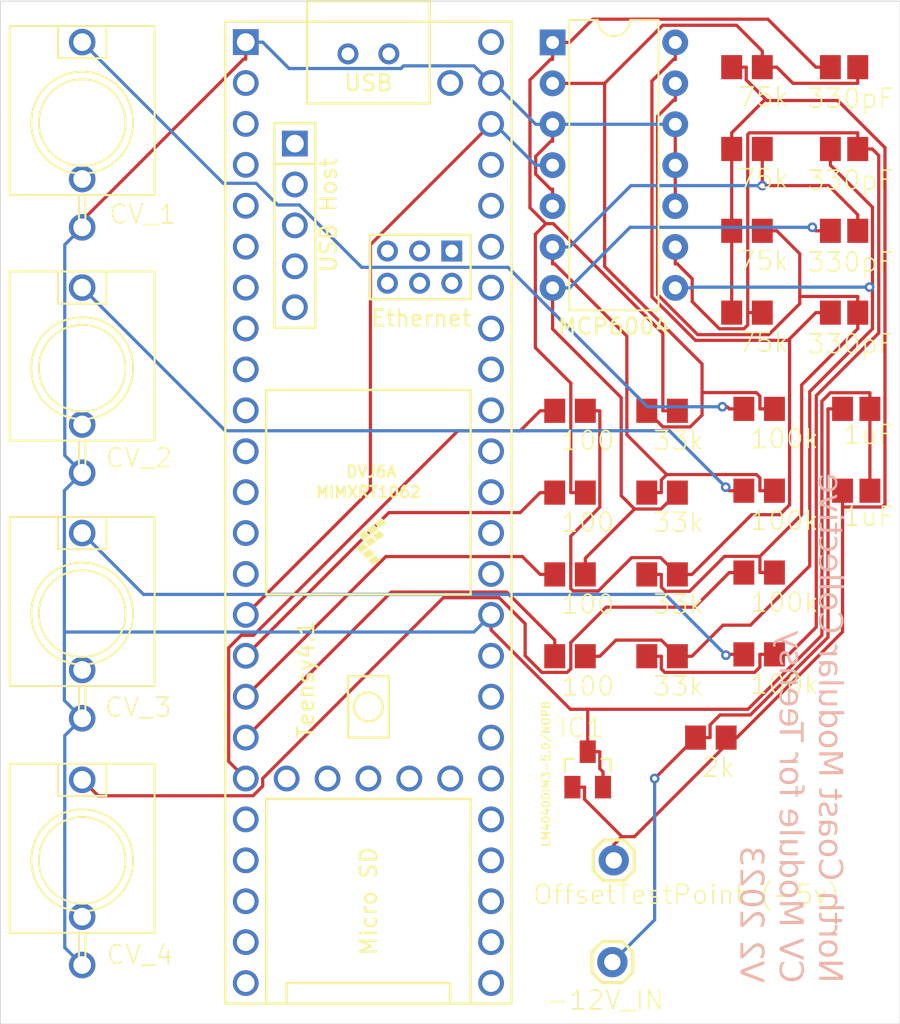
<source format=kicad_pcb>
(kicad_pcb (version 20221018) (generator pcbnew)
  (layers (0 "F.Cu" signal) (31 "B.Cu" signal) (34 "B.Paste" user) (35 "F.Paste" user) (36 "B.SilkS" user "B.Silkscreen") (37 "F.SilkS" user "F.Silkscreen") (38 "B.Mask" user) (39 "F.Mask" user) (44 "Edge.Cuts" user))
  (net 0 "")
  (net 1 "GND")
  (net 2 "/OFFSET")
  (net 3 "VEE")
  (net 4 "Net-(CV_1-2)")
  (net 6 "Net-(CV_2-2)")
  (net 8 "Net-(CV_3-2)")
  (net 10 "/CV_1")
  (net 11 "/CV_2")
  (net 12 "/CV_3")
  (net 13 "/3V3")
  (net 14 "Net-(C1-Pad1)")
  (net 15 "Net-(U1A--)")
  (net 16 "Net-(C4-Pad1)")
  (net 17 "Net-(U1C--)")
  (net 18 "Net-(C5-Pad1)")
  (net 19 "Net-(U1D--)")
  (net 20 "Net-(C12-Pad1)")
  (net 21 "Net-(U1B--)")
  (net 22 "Net-(CV_4-2)")
  (net 24 "/CV_4")
  (footprint "Euro Power CV Shield:R0805" (layer "F.Cu") (at 151.2709 104.0519)
    (fp_text reference "R2" hide)
    (fp_text value "100k")
  )
  (footprint "Euro Power CV Shield:R0805" (layer "F.Cu") (at 151.2709 109.1319)
    (fp_text reference "R17" hide)
    (fp_text value "100k")
  )
  (footprint "Euro Power CV Shield:C0805" (layer "F.Cu") (at 156.5455 77.7551)
    (fp_text reference "C1" hide)
    (fp_text value "330pF")
  )
  (footprint "Euro Power CV Shield:WQP-PJ301M-12_JACK" (layer "F.Cu") (at 109.22 96.44)
    (fp_text reference "CV_2")
    (fp_text value "CV 2")
  )
  (footprint "Euro Power CV Shield:WQP-PJ301M-12_JACK" (layer "F.Cu") (at 109.22 111.68)
    (fp_text reference "CV_3")
    (fp_text value "CV 3")
  )
  (footprint "Euro Power CV Shield:WQP-PJ301M-12_JACK" (layer "F.Cu") (at 109.22 81.2)
    (fp_text reference "CV_1")
    (fp_text value "CV 1")
  )
  (footprint "Euro Power CV Shield:R0805" (layer "F.Cu") (at 139.5232 114.3291)
    (fp_text reference "R10" hide)
    (fp_text value "100")
  )
  (footprint "Euro Power CV Shield:R0805" (layer "F.Cu") (at 148.27 119.38)
    (fp_text reference "R1" hide)
    (fp_text value "2k")
  )
  (footprint "Euro Power CV Shield:C0805" (layer "F.Cu") (at 156.5455 92.9951)
    (fp_text reference "C5" hide)
    (fp_text value "330pF")
  )
  (footprint "Euro Power CV Shield:1X01" (layer "F.Cu") (at 142.24 127)
    (fp_text reference "OffsetTestPoint (-5v)")
    (fp_text value "OffsetTestPoint" hide)
  )
  (footprint "Euro Power CV Shield:C0805" (layer "F.Cu") (at 157.3009 104.0519)
    (fp_text reference "C3" hide)
    (fp_text value "1uF")
  )
  (footprint "PCM_4ms_Package_DIP:DIP-14_W7.62mm" (layer "F.Cu") (at 138.44 76.27)
    (fp_text reference "U1" hide)
    (fp_text value "MCP6004")
  )
  (footprint "Euro Power CV Shield:SOT23" (layer "F.Cu") (at 140.6215 121.3557)
    (fp_text reference "IC1")
    (fp_text value "LM4040DIM3-5.0/NOPB")
  )
  (footprint "Euro Power CV Shield:R0805" (layer "F.Cu") (at 139.5232 104.1691)
    (fp_text reference "R6" hide)
    (fp_text value "100")
  )
  (footprint "Euro Power CV Shield:1X01" (layer "F.Cu") (at 142.1544 133.3192)
    (fp_text reference "-12V_IN")
    (fp_text value "-12v" hide)
  )
  (footprint "Euro Power CV Shield:R0805" (layer "F.Cu") (at 150.5155 82.8351)
    (fp_text reference "R7" hide)
    (fp_text value "75k")
  )
  (footprint "Euro Power CV Shield:C0805" (layer "F.Cu") (at 156.5455 87.9151)
    (fp_text reference "C12" hide)
    (fp_text value "330pF")
  )
  (footprint "Euro Power CV Shield:WQP-PJ301M-12_JACK" (layer "F.Cu") (at 109.22 127)
    (fp_text reference "CV_4")
    (fp_text value "CV 4")
  )
  (footprint "Euro Power CV Shield:R0805" (layer "F.Cu") (at 139.5232 99.0891)
    (fp_text reference "R14" hide)
    (fp_text value "100")
  )
  (footprint "Euro Power CV Shield:R0805" (layer "F.Cu") (at 145.2432 114.3291)
    (fp_text reference "R12" hide)
    (fp_text value "33k")
  )
  (footprint "Euro Power CV Shield:R0805" (layer "F.Cu") (at 150.5155 87.9151)
    (fp_text reference "R15" hide)
    (fp_text value "75k")
  )
  (footprint "Euro Power CV Shield:C0805" (layer "F.Cu") (at 157.3009 98.9719)
    (fp_text reference "C2" hide)
    (fp_text value "1uF")
  )
  (footprint "Euro Power CV Shield:R0805" (layer "F.Cu") (at 145.2432 109.2491)
    (fp_text reference "R16" hide)
    (fp_text value "33k")
  )
  (footprint "Euro Power CV Shield:R0805" (layer "F.Cu") (at 150.5155 77.7551)
    (fp_text reference "R4" hide)
    (fp_text value "75k")
  )
  (footprint "Euro Power CV Shield:R0805" (layer "F.Cu") (at 151.2709 98.9719)
    (fp_text reference "R3" hide)
    (fp_text value "100k")
  )
  (footprint "Euro Power CV Shield:R0805" (layer "F.Cu") (at 145.2432 104.1691)
    (fp_text reference "R8" hide)
    (fp_text value "33k")
  )
  (footprint "teensy:Teensy41" (layer "F.Cu") (at 127 105.41 -90)
    (fp_text reference "U2" hide)
    (fp_text value "Teensy4.1")
  )
  (footprint "Euro Power CV Shield:R0805" (layer "F.Cu") (at 139.5232 109.2491)
    (fp_text reference "R9" hide)
    (fp_text value "100")
  )
  (footprint "Euro Power CV Shield:R0805" (layer "F.Cu") (at 145.2432 99.0891)
    (fp_text reference "R5" hide)
    (fp_text value "33k")
  )
  (footprint "Euro Power CV Shield:R0805" (layer "F.Cu") (at 150.5155 92.9951)
    (fp_text reference "R11" hide)
    (fp_text value "75k")
  )
  (footprint "Euro Power CV Shield:C0805" (layer "F.Cu") (at 156.5455 82.8351)
    (fp_text reference "C4" hide)
    (fp_text value "330pF")
  )
  (footprint "Euro Power CV Shield:R0805" (layer "F.Cu") (at 151.2709 114.2119)
    (fp_text reference "R13" hide)
    (fp_text value "100k")
  )
  (gr_rect (start 104.14 73.66) (end 160.02 137.16) (stroke (width 0.05)) (fill none) (layer "Edge.Cuts"))
  (gr_text "North Coast Modular Collective\nCV Module for Teensy\nV2 2023" (at 149.86 134.62 270) (layer "B.SilkS") (effects (font (size 1.456 1.456) (thickness 0.144)) (justify left bottom mirror)))
  (segment (start 150.574 117.6213) (end 155.1708 113.0245) (width 0.2) (layer "F.Cu") (net 1))
  (segment (start 141.5715 122.4557) (end 141.5715 121.5032) (width 0.2) (layer "F.Cu") (net 1))
  (segment (start 134.62 111.76) (end 134.62 112.6958) (width 0.2) (layer "F.Cu") (net 1))
  (segment (start 158.1509 98.9719) (end 158.1509 97.9694) (width 0.2) (layer "F.Cu") (net 1))
  (segment (start 155.1708 98.4919) (end 155.6933 97.9694) (width 0.2) (layer "F.Cu") (net 1))
  (segment (start 141.374 121.3057) (end 141.5715 121.5032) (width 0.2) (layer "F.Cu") (net 1))
  (segment (start 140.6215 120.2557) (end 141.374 120.2557) (width 0.2) (layer "F.Cu") (net 1))
  (segment (start 138.3199 85.3275) (end 137.3875 84.3951) (width 0.2) (layer "F.Cu") (net 1))
  (segment (start 134.62 112.6958) (end 139.5455 117.6213) (width 0.2) (layer "F.Cu") (net 1))
  (segment (start 155.1708 113.0245) (end 155.1708 98.4919) (width 0.2) (layer "F.Cu") (net 1))
  (segment (start 141.374 120.2557) (end 141.374 121.3057) (width 0.2) (layer "F.Cu") (net 1))
  (segment (start 140.6215 117.6213) (end 140.6215 120.2557) (width 0.2) (layer "F.Cu") (net 1))
  (segment (start 109.22 87.2808) (end 109.22 87.7) (width 0.2) (layer "F.Cu") (net 1))
  (segment (start 138.44 86.38) (end 138.44 85.3275) (width 0.2) (layer "F.Cu") (net 1))
  (segment (start 119.2483 77.2525) (end 109.22 87.2808) (width 0.2) (layer "F.Cu") (net 1))
  (segment (start 119.38 77.2525) (end 119.2483 77.2525) (width 0.2) (layer "F.Cu") (net 1))
  (segment (start 146.06 83.84) (end 146.06 81.3) (width 0.2) (layer "F.Cu") (net 1))
  (segment (start 155.6933 97.9694) (end 158.1509 97.9694) (width 0.2) (layer "F.Cu") (net 1))
  (segment (start 137.3875 84.3951) (end 137.3875 83.2959) (width 0.2) (layer "F.Cu") (net 1))
  (segment (start 138.44 81.3) (end 138.44 82.3525) (width 0.2) (layer "F.Cu") (net 1))
  (segment (start 119.38 76.2) (end 119.38 77.2525) (width 0.2) (layer "F.Cu") (net 1))
  (segment (start 138.44 85.3275) (end 138.3199 85.3275) (width 0.2) (layer "F.Cu") (net 1))
  (segment (start 158.1509 104.0519) (end 158.1509 98.9719) (width 0.2) (layer "F.Cu") (net 1))
  (segment (start 146.06 86.38) (end 146.06 83.84) (width 0.2) (layer "F.Cu") (net 1))
  (segment (start 140.6215 117.6213) (end 150.574 117.6213) (width 0.2) (layer "F.Cu") (net 1))
  (segment (start 139.5455 117.6213) (end 140.6215 117.6213) (width 0.2) (layer "F.Cu") (net 1))
  (segment (start 138.3309 82.3525) (end 138.44 82.3525) (width 0.2) (layer "F.Cu") (net 1))
  (segment (start 137.3875 83.2959) (end 138.3309 82.3525) (width 0.2) (layer "F.Cu") (net 1))
  (segment (start 138.44 81.3) (end 137.3875 81.3) (width 0.2) (layer "B.Cu") (net 1))
  (segment (start 129.0216 77.8384) (end 129.1864 77.6736) (width 0.2) (layer "B.Cu") (net 1))
  (segment (start 137.3875 81.3) (end 134.8275 78.74) (width 0.2) (layer "B.Cu") (net 1))
  (segment (start 122.0709 77.8384) (end 129.0216 77.8384) (width 0.2) (layer "B.Cu") (net 1))
  (segment (start 120.4325 76.2) (end 122.0709 77.8384) (width 0.2) (layer "B.Cu") (net 1))
  (segment (start 134.62 111.76) (end 133.5554 112.8246) (width 0.2) (layer "B.Cu") (net 1))
  (segment (start 134.8275 78.74) (end 134.62 78.74) (width 0.2) (layer "B.Cu") (net 1))
  (segment (start 108.1123 117.0723) (end 109.22 118.18) (width 0.2) (layer "B.Cu") (net 1))
  (segment (start 108.1386 132.4186) (end 109.22 133.5) (width 0.2) (layer "B.Cu") (net 1))
  (segment (start 133.5554 112.8246) (end 108.1123 112.8246) (width 0.2) (layer "B.Cu") (net 1))
  (segment (start 109.22 102.94) (end 108.1123 104.0477) (width 0.2) (layer "B.Cu") (net 1))
  (segment (start 109.22 87.7) (end 108.1386 88.7814) (width 0.2) (layer "B.Cu") (net 1))
  (segment (start 146.06 81.3) (end 138.44 81.3) (width 0.2) (layer "B.Cu") (net 1))
  (segment (start 108.1123 112.8246) (end 108.1123 117.0723) (width 0.2) (layer "B.Cu") (net 1))
  (segment (start 119.38 76.2) (end 120.4325 76.2) (width 0.2) (layer "B.Cu") (net 1))
  (segment (start 129.1864 77.6736) (end 133.5536 77.6736) (width 0.2) (layer "B.Cu") (net 1))
  (segment (start 108.1123 104.0477) (end 108.1123 112.8246) (width 0.2) (layer "B.Cu") (net 1))
  (segment (start 108.1386 101.8586) (end 109.22 102.94) (width 0.2) (layer "B.Cu") (net 1))
  (segment (start 133.5536 77.6736) (end 134.62 78.74) (width 0.2) (layer "B.Cu") (net 1))
  (segment (start 108.1386 88.7814) (end 108.1386 101.8586) (width 0.2) (layer "B.Cu") (net 1))
  (segment (start 109.22 118.18) (end 108.1386 119.2614) (width 0.2) (layer "B.Cu") (net 1))
  (segment (start 108.1386 119.2614) (end 108.1386 132.4186) (width 0.2) (layer "B.Cu") (net 1))
  (segment (start 149.885 119.38) (end 149.6713 119.38) (width 0.2) (layer "F.Cu") (net 2))
  (segment (start 140.424 123.2081) (end 140.424 122.4557) (width 0.2) (layer "F.Cu") (net 2))
  (segment (start 156.4509 104.0519) (end 156.4509 105.0635) (width 0.2) (layer "F.Cu") (net 2))
  (segment (start 151.748 79.8248) (end 151.6607 79.7374) (width 0.2) (layer "F.Cu") (net 2))
  (segment (start 151.6607 79.7374) (end 150.468 78.5448) (width 0.2) (layer "F.Cu") (net 2))
  (segment (start 143.5218 125.5295) (end 142.7454 125.5295) (width 0.2) (layer "F.Cu") (net 2))
  (segment (start 139.6715 122.4557) (end 140.424 122.4557) (width 0.2) (layer "F.Cu") (net 2))
  (segment (start 149.5655 77.7551) (end 150.468 77.7551) (width 0.2) (layer "F.Cu") (net 2))
  (segment (start 156.1552 79.8248) (end 151.748 79.8248) (width 0.2) (layer "F.Cu") (net 2))
  (segment (start 149.22 119.38) (end 149.6713 119.38) (width 0.2) (layer "F.Cu") (net 2))
  (segment (start 150.468 78.5448) (end 150.468 77.7551) (width 0.2) (layer "F.Cu") (net 2))
  (segment (start 159.087 104.8988) (end 159.087 82.7566) (width 0.2) (layer "F.Cu") (net 2))
  (segment (start 156.4509 105.0635) (end 156.4509 112.8141) (width 0.2) (layer "F.Cu") (net 2))
  (segment (start 142.24 126.0349) (end 142.24 127) (width 0.2) (layer "F.Cu") (net 2))
  (segment (start 149.5655 81.8326) (end 151.6607 79.7374) (width 0.2) (layer "F.Cu") (net 2))
  (segment (start 149.6713 119.38) (end 143.5218 125.5295) (width 0.2) (layer "F.Cu") (net 2))
  (segment (start 156.4509 112.8141) (end 149.885 119.38) (width 0.2) (layer "F.Cu") (net 2))
  (segment (start 156.4509 105.0635) (end 158.9223 105.0635) (width 0.2) (layer "F.Cu") (net 2))
  (segment (start 142.7454 125.5295) (end 140.424 123.2081) (width 0.2) (layer "F.Cu") (net 2))
  (segment (start 159.087 82.7566) (end 156.1552 79.8248) (width 0.2) (layer "F.Cu") (net 2))
  (segment (start 142.7454 125.5295) (end 142.24 126.0349) (width 0.2) (layer "F.Cu") (net 2))
  (segment (start 158.9223 105.0635) (end 159.087 104.8988) (width 0.2) (layer "F.Cu") (net 2))
  (segment (start 149.5655 82.8351) (end 149.5655 81.8326) (width 0.2) (layer "F.Cu") (net 2))
  (segment (start 149.5655 87.9151) (end 149.5655 92.9951) (width 0.2) (layer "F.Cu") (net 2))
  (segment (start 149.5655 82.8351) (end 149.5655 87.9151) (width 0.2) (layer "F.Cu") (net 2))
  (segment (start 156.4509 98.9719) (end 155.5484 98.9719) (width 0.2) (layer "F.Cu") (net 3))
  (segment (start 147.32 119.38) (end 144.78 121.92) (width 0.2) (layer "F.Cu") (net 3))
  (segment (start 148.2225 118.5903) (end 148.2225 119.38) (width 0.2) (layer "F.Cu") (net 3))
  (segment (start 150.7201 117.9739) (end 148.8389 117.9739) (width 0.2) (layer "F.Cu") (net 3))
  (segment (start 148.8389 117.9739) (end 148.2225 118.5903) (width 0.2) (layer "F.Cu") (net 3))
  (segment (start 147.32 119.38) (end 148.2225 119.38) (width 0.2) (layer "F.Cu") (net 3))
  (segment (start 155.5484 113.1456) (end 150.7201 117.9739) (width 0.2) (layer "F.Cu") (net 3))
  (segment (start 155.5484 98.9719) (end 155.5484 113.1456) (width 0.2) (layer "F.Cu") (net 3))
  (via (at 144.78 121.92) (size 0.6) (drill 0.3) (layers "F.Cu" "B.Cu") (net 3))
  (segment (start 144.78 121.92) (end 144.78 130.6936) (width 0.2) (layer "B.Cu") (net 3))
  (segment (start 144.78 130.6936) (end 142.1544 133.3192) (width 0.2) (layer "B.Cu") (net 3))
  (segment (start 149.2856 98.8391) (end 149.4184 98.9719) (width 0.2) (layer "F.Cu") (net 4))
  (segment (start 150.3209 98.9719) (end 149.4184 98.9719) (width 0.2) (layer "F.Cu") (net 4))
  (segment (start 148.9872 98.8391) (end 149.2856 98.8391) (width 0.2) (layer "F.Cu") (net 4))
  (via (at 148.9872 98.8391) (size 0.6) (drill 0.3) (layers "F.Cu" "B.Cu") (net 4))
  (segment (start 121.3692 86.3092) (end 122.7103 86.3092) (width 0.2) (layer "B.Cu") (net 4))
  (segment (start 135.6728 90.1813) (end 144.3306 98.8391) (width 0.2) (layer "B.Cu") (net 4))
  (segment (start 126.5824 90.1813) (end 135.6728 90.1813) (width 0.2) (layer "B.Cu") (net 4))
  (segment (start 117.9852 84.9652) (end 120.0252 84.9652) (width 0.2) (layer "B.Cu") (net 4))
  (segment (start 144.3306 98.8391) (end 148.9872 98.8391) (width 0.2) (layer "B.Cu") (net 4))
  (segment (start 109.22 76.2) (end 117.9852 84.9652) (width 0.2) (layer "B.Cu") (net 4))
  (segment (start 122.7103 86.3092) (end 126.5824 90.1813) (width 0.2) (layer "B.Cu") (net 4))
  (segment (start 120.0252 84.9652) (end 121.3692 86.3092) (width 0.2) (layer "B.Cu") (net 4))
  (segment (start 150.3209 104.0519) (end 149.4184 104.0519) (width 0.2) (layer "F.Cu") (net 6))
  (segment (start 149.1965 103.83) (end 149.4184 104.0519) (width 0.2) (layer "F.Cu") (net 6))
  (via (at 149.1965 103.83) (size 0.6) (drill 0.3) (layers "F.Cu" "B.Cu") (net 6))
  (segment (start 145.6965 100.33) (end 149.1965 103.83) (width 0.2) (layer "B.Cu") (net 6))
  (segment (start 118.11 100.33) (end 145.6965 100.33) (width 0.2) (layer "B.Cu") (net 6))
  (segment (start 109.22 91.44) (end 118.11 100.33) (width 0.2) (layer "B.Cu") (net 6))
  (segment (start 149.2553 114.2119) (end 149.2055 114.2617) (width 0.2) (layer "F.Cu") (net 8))
  (segment (start 150.3209 114.2119) (end 149.4184 114.2119) (width 0.2) (layer "F.Cu") (net 8))
  (segment (start 149.4184 114.2119) (end 149.2553 114.2119) (width 0.2) (layer "F.Cu") (net 8))
  (via (at 149.2055 114.2617) (size 0.6) (drill 0.3) (layers "F.Cu" "B.Cu") (net 8))
  (segment (start 113.03 110.49) (end 109.22 106.68) (width 0.2) (layer "B.Cu") (net 8))
  (segment (start 149.2055 114.2617) (end 145.4338 110.49) (width 0.2) (layer "B.Cu") (net 8))
  (segment (start 145.4338 110.49) (end 113.03 110.49) (width 0.2) (layer "B.Cu") (net 8))
  (segment (start 137.6707 104.1691) (end 136.4298 105.41) (width 0.2) (layer "F.Cu") (net 10))
  (segment (start 128.27 105.41) (end 119.38 114.3) (width 0.2) (layer "F.Cu") (net 10))
  (segment (start 136.4298 105.41) (end 128.27 105.41) (width 0.2) (layer "F.Cu") (net 10))
  (segment (start 138.5732 104.1691) (end 137.6707 104.1691) (width 0.2) (layer "F.Cu") (net 10))
  (segment (start 138.5732 109.2491) (end 137.6707 109.2491) (width 0.2) (layer "F.Cu") (net 11))
  (segment (start 137.6707 109.2491) (end 136.5611 108.1395) (width 0.2) (layer "F.Cu") (net 11))
  (segment (start 128.0805 108.1395) (end 119.38 116.84) (width 0.2) (layer "F.Cu") (net 11))
  (segment (start 136.5611 108.1395) (end 128.0805 108.1395) (width 0.2) (layer "F.Cu") (net 11))
  (segment (start 138.5732 113.3266) (end 135.5916 110.345) (width 0.2) (layer "F.Cu") (net 12))
  (segment (start 128.415 110.345) (end 119.38 119.38) (width 0.2) (layer "F.Cu") (net 12))
  (segment (start 135.5916 110.345) (end 128.415 110.345) (width 0.2) (layer "F.Cu") (net 12))
  (segment (start 138.5732 114.3291) (end 138.5732 113.3266) (width 0.2) (layer "F.Cu") (net 12))
  (segment (start 127.1248 88.7752) (end 127.1248 104.0152) (width 0.2) (layer "F.Cu") (net 13))
  (segment (start 127.1248 104.0152) (end 119.38 111.76) (width 0.2) (layer "F.Cu") (net 13))
  (segment (start 134.62 81.28) (end 127.1248 88.7752) (width 0.2) (layer "F.Cu") (net 13))
  (segment (start 138.44 83.84) (end 137.3875 83.84) (width 0.2) (layer "B.Cu") (net 13))
  (segment (start 137.3875 83.84) (end 134.8275 81.28) (width 0.2) (layer "B.Cu") (net 13))
  (segment (start 134.8275 81.28) (end 134.62 81.28) (width 0.2) (layer "B.Cu") (net 13))
  (segment (start 145.2907 94.2801) (end 138.4844 87.4738) (width 0.2) (layer "F.Cu") (net 14))
  (segment (start 138.0241 87.4738) (end 137.3699 88.128) (width 0.2) (layer "F.Cu") (net 14))
  (segment (start 138.44 76.22) (end 138.44 77.2725) (width 0.2) (layer "F.Cu") (net 14))
  (segment (start 140.9381 74.7744) (end 139.4925 76.22) (width 0.2) (layer "F.Cu") (net 14))
  (segment (start 145.2907 99.0891) (end 145.2907 94.2801) (width 0.2) (layer "F.Cu") (net 14))
  (segment (start 138.44 76.22) (end 139.4925 76.22) (width 0.2) (layer "F.Cu") (net 14))
  (segment (start 137.3699 95.1709) (end 139.5707 97.3717) (width 0.2) (layer "F.Cu") (net 14))
  (segment (start 139.5707 97.3717) (end 139.5707 104.1691) (width 0.2) (layer "F.Cu") (net 14))
  (segment (start 154.793 77.7551) (end 151.8123 74.7744) (width 0.2) (layer "F.Cu") (net 14))
  (segment (start 137.3699 88.128) (end 137.3699 95.1709) (width 0.2) (layer "F.Cu") (net 14))
  (segment (start 146.1932 99.0891) (end 145.2907 99.0891) (width 0.2) (layer "F.Cu") (net 14))
  (segment (start 138.0241 87.4738) (end 137.035 86.4847) (width 0.2) (layer "F.Cu") (net 14))
  (segment (start 151.8123 74.7744) (end 140.9381 74.7744) (width 0.2) (layer "F.Cu") (net 14))
  (segment (start 138.3083 77.2725) (end 138.44 77.2725) (width 0.2) (layer "F.Cu") (net 14))
  (segment (start 138.4844 87.4738) (end 138.0241 87.4738) (width 0.2) (layer "F.Cu") (net 14))
  (segment (start 155.6955 77.7551) (end 154.793 77.7551) (width 0.2) (layer "F.Cu") (net 14))
  (segment (start 140.4732 104.1691) (end 139.5707 104.1691) (width 0.2) (layer "F.Cu") (net 14))
  (segment (start 137.035 78.5458) (end 138.3083 77.2725) (width 0.2) (layer "F.Cu") (net 14))
  (segment (start 137.035 86.4847) (end 137.035 78.5458) (width 0.2) (layer "F.Cu") (net 14))
  (segment (start 152.2209 98.9719) (end 151.3184 98.9719) (width 0.2) (layer "F.Cu") (net 15))
  (segment (start 138.44 78.76) (end 139.4925 78.76) (width 0.2) (layer "F.Cu") (net 15))
  (segment (start 141.6723 90.1295) (end 147.7243 96.1815) (width 0.2) (layer "F.Cu") (net 15))
  (segment (start 147.7243 97.9597) (end 151.0959 97.9597) (width 0.2) (layer "F.Cu") (net 15))
  (segment (start 151.4655 77.7551) (end 152.368 77.7551) (width 0.2) (layer "F.Cu") (net 15))
  (segment (start 147.7243 97.9597) (end 147.7243 99.3534) (width 0.2) (layer "F.Cu") (net 15))
  (segment (start 146.986 100.0917) (end 145.2958 100.0917) (width 0.2) (layer "F.Cu") (net 15))
  (segment (start 145.2798 75.1525) (end 149.8654 75.1525) (width 0.2) (layer "F.Cu") (net 15))
  (segment (start 151.0959 97.9597) (end 151.3184 98.1822) (width 0.2) (layer "F.Cu") (net 15))
  (segment (start 141.6723 78.76) (end 145.2798 75.1525) (width 0.2) (layer "F.Cu") (net 15))
  (segment (start 147.7243 99.3534) (end 146.986 100.0917) (width 0.2) (layer "F.Cu") (net 15))
  (segment (start 157.3955 78.7576) (end 153.3705 78.7576) (width 0.2) (layer "F.Cu") (net 15))
  (segment (start 151.3184 98.1822) (end 151.3184 98.9719) (width 0.2) (layer "F.Cu") (net 15))
  (segment (start 149.8654 75.1525) (end 151.4655 76.7526) (width 0.2) (layer "F.Cu") (net 15))
  (segment (start 145.2958 100.0917) (end 144.2932 99.0891) (width 0.2) (layer "F.Cu") (net 15))
  (segment (start 151.4655 77.7551) (end 151.4655 76.7526) (width 0.2) (layer "F.Cu") (net 15))
  (segment (start 153.3705 78.7576) (end 152.368 77.7551) (width 0.2) (layer "F.Cu") (net 15))
  (segment (start 147.7243 96.1815) (end 147.7243 97.9597) (width 0.2) (layer "F.Cu") (net 15))
  (segment (start 141.6723 78.76) (end 141.6723 90.1295) (width 0.2) (layer "F.Cu") (net 15))
  (segment (start 141.6723 78.76) (end 139.4925 78.76) (width 0.2) (layer "F.Cu") (net 15))
  (segment (start 157.3955 77.7551) (end 157.3955 78.7576) (width 0.2) (layer "F.Cu") (net 15))
  (segment (start 158.1288 91.4123) (end 158.3107 91.4123) (width 0.2) (layer "F.Cu") (net 16))
  (segment (start 158.3107 86.4528) (end 158.3107 91.4123) (width 0.2) (layer "F.Cu") (net 16))
  (segment (start 158.3107 93.9977) (end 158.3107 91.4123) (width 0.2) (layer "F.Cu") (net 16))
  (segment (start 142.3783 113.3265) (end 145.1906 113.3265) (width 0.2) (layer "F.Cu") (net 16))
  (segment (start 150.7285 112.4003) (end 154.4144 108.7144) (width 0.2) (layer "F.Cu") (net 16))
  (segment (start 146.1932 114.3291) (end 147.0957 114.3291) (width 0.2) (layer "F.Cu") (net 16))
  (segment (start 145.1906 113.3265) (end 146.1932 114.3291) (width 0.2) (layer "F.Cu") (net 16))
  (segment (start 149.0245 112.4003) (end 150.7285 112.4003) (width 0.2) (layer "F.Cu") (net 16))
  (segment (start 155.6955 82.8351) (end 155.6955 83.8376) (width 0.2) (layer "F.Cu") (net 16))
  (segment (start 147.0957 114.3291) (end 149.0245 112.4003) (width 0.2) (layer "F.Cu") (net 16))
  (segment (start 155.6955 83.8376) (end 158.3107 86.4528) (width 0.2) (layer "F.Cu") (net 16))
  (segment (start 154.4144 97.894) (end 158.3107 93.9977) (width 0.2) (layer "F.Cu") (net 16))
  (segment (start 141.3757 114.3291) (end 142.3783 113.3265) (width 0.2) (layer "F.Cu") (net 16))
  (segment (start 154.4144 108.7144) (end 154.4144 97.894) (width 0.2) (layer "F.Cu") (net 16))
  (segment (start 140.4732 114.3291) (end 141.3757 114.3291) (width 0.2) (layer "F.Cu") (net 16))
  (via (at 158.1288 91.4123) (size 0.6) (drill 0.3) (layers "F.Cu" "B.Cu") (net 16))
  (segment (start 146.06 91.46) (end 147.1125 91.46) (width 0.2) (layer "B.Cu") (net 16))
  (segment (start 147.1125 91.46) (end 147.1602 91.4123) (width 0.2) (layer "B.Cu") (net 16))
  (segment (start 147.1602 91.4123) (end 158.1288 91.4123) (width 0.2) (layer "B.Cu") (net 16))
  (segment (start 145.1957 115.1188) (end 145.4086 115.3317) (width 0.2) (layer "F.Cu") (net 17))
  (segment (start 150.6617 81.8326) (end 150.563 81.9313) (width 0.2) (layer "F.Cu") (net 17))
  (segment (start 145.4086 115.3317) (end 150.9883 115.3317) (width 0.2) (layer "F.Cu") (net 17))
  (segment (start 154.8182 112.5171) (end 154.8182 98.1451) (width 0.2) (layer "F.Cu") (net 17))
  (segment (start 152.2209 114.2119) (end 153.1234 114.2119) (width 0.2) (layer "F.Cu") (net 17))
  (segment (start 157.3955 81.8326) (end 150.6617 81.8326) (width 0.2) (layer "F.Cu") (net 17))
  (segment (start 147.1125 90.8933) (end 146.1917 89.9725) (width 0.2) (layer "F.Cu") (net 17))
  (segment (start 157.3955 82.8351) (end 158.298 82.8351) (width 0.2) (layer "F.Cu") (net 17))
  (segment (start 150.563 93.7627) (end 150.328 93.9977) (width 0.2) (layer "F.Cu") (net 17))
  (segment (start 150.328 93.9977) (end 148.8005 93.9977) (width 0.2) (layer "F.Cu") (net 17))
  (segment (start 151.1024 92.9951) (end 151.4655 92.9951) (width 0.2) (layer "F.Cu") (net 17))
  (segment (start 145.1957 114.3291) (end 145.1957 115.1188) (width 0.2) (layer "F.Cu") (net 17))
  (segment (start 146.06 88.92) (end 146.06 89.9725) (width 0.2) (layer "F.Cu") (net 17))
  (segment (start 150.563 81.9313) (end 150.563 92.9951) (width 0.2) (layer "F.Cu") (net 17))
  (segment (start 144.2932 114.3291) (end 145.1957 114.3291) (width 0.2) (layer "F.Cu") (net 17))
  (segment (start 151.1024 92.9951) (end 150.563 92.9951) (width 0.2) (layer "F.Cu") (net 17))
  (segment (start 157.3955 82.8351) (end 157.3955 81.8326) (width 0.2) (layer "F.Cu") (net 17))
  (segment (start 151.3184 115.0016) (end 151.3184 114.2119) (width 0.2) (layer "F.Cu") (net 17))
  (segment (start 152.2209 114.2119) (end 151.3184 114.2119) (width 0.2) (layer "F.Cu") (net 17))
  (segment (start 148.8005 93.9977) (end 147.1125 92.3097) (width 0.2) (layer "F.Cu") (net 17))
  (segment (start 158.7009 83.238) (end 158.298 82.8351) (width 0.2) (layer "F.Cu") (net 17))
  (segment (start 146.1917 89.9725) (end 146.06 89.9725) (width 0.2) (layer "F.Cu") (net 17))
  (segment (start 150.9883 115.3317) (end 151.3184 115.0016) (width 0.2) (layer "F.Cu") (net 17))
  (segment (start 154.8182 98.1451) (end 158.7009 94.2624) (width 0.2) (layer "F.Cu") (net 17))
  (segment (start 150.563 92.9951) (end 150.563 93.7627) (width 0.2) (layer "F.Cu") (net 17))
  (segment (start 153.1234 114.2119) (end 154.8182 112.5171) (width 0.2) (layer "F.Cu") (net 17))
  (segment (start 158.7009 94.2624) (end 158.7009 83.238) (width 0.2) (layer "F.Cu") (net 17))
  (segment (start 147.1125 92.3097) (end 147.1125 90.8933) (width 0.2) (layer "F.Cu") (net 17))
  (segment (start 152.5484 105.5411) (end 150.8037 105.5411) (width 0.2) (layer "F.Cu") (net 18))
  (segment (start 153.1602 94.6279) (end 153.1602 94.7161) (width 0.2) (layer "F.Cu") (net 18))
  (segment (start 147.3101 94.7161) (end 153.1602 94.7161) (width 0.2) (layer "F.Cu") (net 18))
  (segment (start 154.793 92.9951) (end 153.1602 94.6279) (width 0.2) (layer "F.Cu") (net 18))
  (segment (start 139.7156 110.2704) (end 141.2836 110.2704) (width 0.2) (layer "F.Cu") (net 18))
  (segment (start 153.1602 94.7161) (end 153.1602 104.9293) (width 0.2) (layer "F.Cu") (net 18))
  (segment (start 150.8037 105.5411) (end 147.0957 109.2491) (width 0.2) (layer "F.Cu") (net 18))
  (segment (start 144.6114 92.0174) (end 147.3101 94.7161) (width 0.2) (layer "F.Cu") (net 18))
  (segment (start 146.1932 109.2491) (end 147.0957 109.2491) (width 0.2) (layer "F.Cu") (net 18))
  (segment (start 140.4732 99.0891) (end 141.3757 99.0891) (width 0.2) (layer "F.Cu") (net 18))
  (segment (start 139.5706 110.1254) (end 139.7156 110.2704) (width 0.2) (layer "F.Cu") (net 18))
  (segment (start 139.5706 106.8736) (end 139.5706 110.1254) (width 0.2) (layer "F.Cu") (net 18))
  (segment (start 143.3458 108.2082) (end 145.1523 108.2082) (width 0.2) (layer "F.Cu") (net 18))
  (segment (start 146.06 77.2725) (end 145.9509 77.2725) (width 0.2) (layer "F.Cu") (net 18))
  (segment (start 141.2836 110.2704) (end 143.3458 108.2082) (width 0.2) (layer "F.Cu") (net 18))
  (segment (start 141.3757 105.0685) (end 139.5706 106.8736) (width 0.2) (layer "F.Cu") (net 18))
  (segment (start 146.06 76.22) (end 146.06 77.2725) (width 0.2) (layer "F.Cu") (net 18))
  (segment (start 153.1602 104.9293) (end 152.5484 105.5411) (width 0.2) (layer "F.Cu") (net 18))
  (segment (start 141.3757 99.0891) (end 141.3757 105.0685) (width 0.2) (layer "F.Cu") (net 18))
  (segment (start 145.9509 77.2725) (end 144.6114 78.612) (width 0.2) (layer "F.Cu") (net 18))
  (segment (start 155.6955 92.9951) (end 154.793 92.9951) (width 0.2) (layer "F.Cu") (net 18))
  (segment (start 144.6114 78.612) (end 144.6114 92.0174) (width 0.2) (layer "F.Cu") (net 18))
  (segment (start 145.1523 108.2082) (end 146.1932 109.2491) (width 0.2) (layer "F.Cu") (net 18))
  (segment (start 157.3955 93.9976) (end 153.9121 97.481) (width 0.2) (layer "F.Cu") (net 19))
  (segment (start 149.1192 108.1279) (end 151.3184 108.1279) (width 0.2) (layer "F.Cu") (net 19))
  (segment (start 151.3184 108.1279) (end 151.3184 109.1319) (width 0.2) (layer "F.Cu") (net 19))
  (segment (start 153.9121 97.481) (end 153.9121 105.5342) (width 0.2) (layer "F.Cu") (net 19))
  (segment (start 157.3955 91.9926) (end 153.7934 91.9926) (width 0.2) (layer "F.Cu") (net 19))
  (segment (start 153.7934 89.3405) (end 152.368 87.9151) (width 0.2) (layer "F.Cu") (net 19))
  (segment (start 151.4655 87.9151) (end 152.368 87.9151) (width 0.2) (layer "F.Cu") (net 19))
  (segment (start 157.3955 93.4963) (end 157.3955 92.9951) (width 0.2) (layer "F.Cu") (net 19))
  (segment (start 157.3955 93.4963) (end 157.3955 93.9976) (width 0.2) (layer "F.Cu") (net 19))
  (segment (start 144.964 91.8713) (end 147.4562 94.3635) (width 0.2) (layer "F.Cu") (net 19))
  (segment (start 144.2932 109.2491) (end 145.1957 109.2491) (width 0.2) (layer "F.Cu") (net 19))
  (segment (start 157.3955 92.9951) (end 157.3955 91.9926) (width 0.2) (layer "F.Cu") (net 19))
  (segment (start 146.06 78.76) (end 146.06 79.8125) (width 0.2) (layer "F.Cu") (net 19))
  (segment (start 146.06 79.8125) (end 145.9509 79.8125) (width 0.2) (layer "F.Cu") (net 19))
  (segment (start 151.8698 94.3635) (end 153.7934 92.4399) (width 0.2) (layer "F.Cu") (net 19))
  (segment (start 153.7934 92.4399) (end 153.7934 91.9926) (width 0.2) (layer "F.Cu") (net 19))
  (segment (start 145.9509 79.8125) (end 144.964 80.7994) (width 0.2) (layer "F.Cu") (net 19))
  (segment (start 145.1957 110.0388) (end 145.4538 110.2969) (width 0.2) (layer "F.Cu") (net 19))
  (segment (start 153.9121 105.5342) (end 151.3184 108.1279) (width 0.2) (layer "F.Cu") (net 19))
  (segment (start 146.9502 110.2969) (end 149.1192 108.1279) (width 0.2) (layer "F.Cu") (net 19))
  (segment (start 145.4538 110.2969) (end 146.9502 110.2969) (width 0.2) (layer "F.Cu") (net 19))
  (segment (start 145.1957 109.2491) (end 145.1957 110.0388) (width 0.2) (layer "F.Cu") (net 19))
  (segment (start 152.2209 109.1319) (end 151.3184 109.1319) (width 0.2) (layer "F.Cu") (net 19))
  (segment (start 144.964 80.7994) (end 144.964 91.8713) (width 0.2) (layer "F.Cu") (net 19))
  (segment (start 153.7934 91.9926) (end 153.7934 89.3405) (width 0.2) (layer "F.Cu") (net 19))
  (segment (start 147.4562 94.3635) (end 151.8698 94.3635) (width 0.2) (layer "F.Cu") (net 19))
  (segment (start 138.44 91.46) (end 138.44 92.5125) (width 0.2) (layer "F.Cu") (net 20))
  (segment (start 142.7007 98.2685) (end 142.7007 104.3578) (width 0.2) (layer "F.Cu") (net 20))
  (segment (start 155.6955 87.9151) (end 154.793 87.9151) (width 0.2) (layer "F.Cu") (net 20))
  (segment (start 143.5314 105.1884) (end 143.5314 105.1885) (width 0.2) (layer "F.Cu") (net 20))
  (segment (start 138.44 94.0078) (end 142.7007 98.2685) (width 0.2) (layer "F.Cu") (net 20))
  (segment (start 143.5314 105.1884) (end 140.4732 108.2466) (width 0.2) (layer "F.Cu") (net 20))
  (segment (start 140.4732 109.2491) (end 140.4732 108.2466) (width 0.2) (layer "F.Cu") (net 20))
  (segment (start 142.7007 104.3578) (end 143.5314 105.1884) (width 0.2) (layer "F.Cu") (net 20))
  (segment (start 138.44 92.5125) (end 138.44 94.0078) (width 0.2) (layer "F.Cu") (net 20))
  (segment (start 154.793 87.9151) (end 154.5756 87.6977) (width 0.2) (layer "F.Cu") (net 20))
  (segment (start 143.5314 105.1885) (end 145.1738 105.1885) (width 0.2) (layer "F.Cu") (net 20))
  (segment (start 145.1738 105.1885) (end 146.1932 104.1691) (width 0.2) (layer "F.Cu") (net 20))
  (via (at 154.5756 87.6977) (size 0.6) (drill 0.3) (layers "F.Cu" "B.Cu") (net 20))
  (segment (start 143.2548 87.6977) (end 154.5756 87.6977) (width 0.2) (layer "B.Cu") (net 20))
  (segment (start 139.4925 91.46) (end 143.2548 87.6977) (width 0.2) (layer "B.Cu") (net 20))
  (segment (start 138.44 91.46) (end 139.4925 91.46) (width 0.2) (layer "B.Cu") (net 20))
  (segment (start 143.0533 94.4542) (end 143.0533 100.5764) (width 0.2) (layer "F.Cu") (net 21))
  (segment (start 152.2209 104.0519) (end 151.3184 104.0519) (width 0.2) (layer "F.Cu") (net 21))
  (segment (start 151.4655 82.8351) (end 151.4655 83.8376) (width 0.2) (layer "F.Cu") (net 21))
  (segment (start 157.3955 87.9151) (end 157.3955 86.9126) (width 0.2) (layer "F.Cu") (net 21))
  (segment (start 151.4655 83.8376) (end 151.4655 85.11) (width 0.2) (layer "F.Cu") (net 21))
  (segment (start 155.5929 85.11) (end 151.4655 85.11) (width 0.2) (layer "F.Cu") (net 21))
  (segment (start 138.44 88.92) (end 138.44 89.9725) (width 0.2) (layer "F.Cu") (net 21))
  (segment (start 151.1053 103.0491) (end 145.526 103.0491) (width 0.2) (layer "F.Cu") (net 21))
  (segment (start 157.3955 86.9126) (end 155.5929 85.11) (width 0.2) (layer "F.Cu") (net 21))
  (segment (start 143.0533 100.5764) (end 145.526 103.0491) (width 0.2) (layer "F.Cu") (net 21))
  (segment (start 138.5716 89.9725) (end 143.0533 94.4542) (width 0.2) (layer "F.Cu") (net 21))
  (segment (start 145.526 103.0491) (end 145.1957 103.3794) (width 0.2) (layer "F.Cu") (net 21))
  (segment (start 144.2932 104.1691) (end 145.1957 104.1691) (width 0.2) (layer "F.Cu") (net 21))
  (segment (start 151.3184 103.2622) (end 151.1053 103.0491) (width 0.2) (layer "F.Cu") (net 21))
  (segment (start 138.44 89.9725) (end 138.5716 89.9725) (width 0.2) (layer "F.Cu") (net 21))
  (segment (start 151.3184 104.0519) (end 151.3184 103.2622) (width 0.2) (layer "F.Cu") (net 21))
  (segment (start 145.1957 103.3794) (end 145.1957 104.1691) (width 0.2) (layer "F.Cu") (net 21))
  (via (at 151.4655 85.11) (size 0.6) (drill 0.3) (layers "F.Cu" "B.Cu") (net 21))
  (segment (start 143.3025 85.11) (end 151.4655 85.11) (width 0.2) (layer "B.Cu") (net 21))
  (segment (start 138.44 88.92) (end 139.4925 88.92) (width 0.2) (layer "B.Cu") (net 21))
  (segment (start 139.4925 88.92) (end 143.3025 85.11) (width 0.2) (layer "B.Cu") (net 21))
  (segment (start 120.4326 121.9153) (end 131.6502 110.6977) (width 0.2) (layer "F.Cu") (net 22))
  (segment (start 150.3209 109.1319) (end 149.4184 109.1319) (width 0.2) (layer "F.Cu") (net 22))
  (segment (start 109.22 122) (end 110.2108 122.9908) (width 0.2) (layer "F.Cu") (net 22))
  (segment (start 110.2108 122.9908) (end 119.835 122.9908) (width 0.2) (layer "F.Cu") (net 22))
  (segment (start 141.7629 111.2823) (end 147.268 111.2823) (width 0.2) (layer "F.Cu") (net 22))
  (segment (start 139.5706 115.1071) (end 139.5706 113.4746) (width 0.2) (layer "F.Cu") (net 22))
  (segment (start 139.5706 113.4746) (end 141.7629 111.2823) (width 0.2) (layer "F.Cu") (net 22))
  (segment (start 135.1216 110.6977) (end 136.7352 112.3113) (width 0.2) (layer "F.Cu") (net 22))
  (segment (start 147.268 111.2823) (end 149.4184 109.1319) (width 0.2) (layer "F.Cu") (net 22))
  (segment (start 139.3459 115.3318) (end 139.5706 115.1071) (width 0.2) (layer "F.Cu") (net 22))
  (segment (start 119.835 122.9908) (end 120.4326 122.3932) (width 0.2) (layer "F.Cu") (net 22))
  (segment (start 136.7352 112.3113) (end 136.7352 114.2929) (width 0.2) (layer "F.Cu") (net 22))
  (segment (start 136.7352 114.2929) (end 137.7741 115.3318) (width 0.2) (layer "F.Cu") (net 22))
  (segment (start 137.7741 115.3318) (end 139.3459 115.3318) (width 0.2) (layer "F.Cu") (net 22))
  (segment (start 120.4326 122.3932) (end 120.4326 121.9153) (width 0.2) (layer "F.Cu") (net 22))
  (segment (start 131.6502 110.6977) (end 135.1216 110.6977) (width 0.2) (layer "F.Cu") (net 22))
  (segment (start 137.6707 99.0891) (end 136.4298 100.33) (width 0.2) (layer "F.Cu") (net 24))
  (segment (start 119.8624 113.03) (end 119.0949 113.03) (width 0.2) (layer "F.Cu") (net 24))
  (segment (start 119.0949 113.03) (end 118.32 113.8049) (width 0.2) (layer "F.Cu") (net 24))
  (segment (start 132.5624 100.33) (end 119.8624 113.03) (width 0.2) (layer "F.Cu") (net 24))
  (segment (start 118.32 120.86) (end 119.38 121.92) (width 0.2) (layer "F.Cu") (net 24))
  (segment (start 138.5732 99.0891) (end 137.6707 99.0891) (width 0.2) (layer "F.Cu") (net 24))
  (segment (start 136.4298 100.33) (end 132.5624 100.33) (width 0.2) (layer "F.Cu") (net 24))
  (segment (start 118.32 113.8049) (end 118.32 120.86) (width 0.2) (layer "F.Cu") (net 24))
)
</source>
